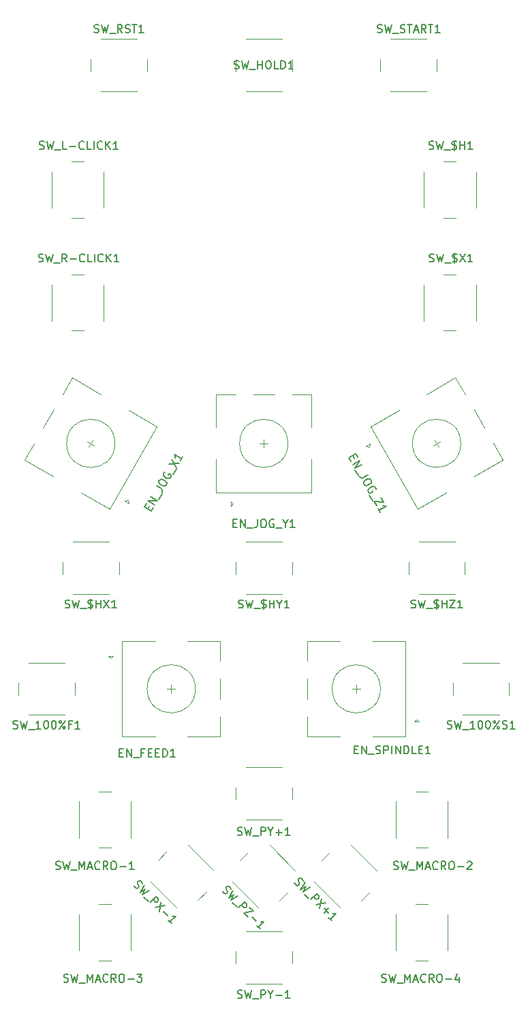
<source format=gbr>
%TF.GenerationSoftware,KiCad,Pcbnew,5.1.9-1.fc33*%
%TF.CreationDate,2021-01-18T19:28:24+01:00*%
%TF.ProjectId,Pendant PCB,50656e64-616e-4742-9050-43422e6b6963,rev?*%
%TF.SameCoordinates,PX3b9aca0PYa299fa0*%
%TF.FileFunction,Legend,Top*%
%TF.FilePolarity,Positive*%
%FSLAX46Y46*%
G04 Gerber Fmt 4.6, Leading zero omitted, Abs format (unit mm)*
G04 Created by KiCad (PCBNEW 5.1.9-1.fc33) date 2021-01-18 19:28:24*
%MOMM*%
%LPD*%
G01*
G04 APERTURE LIST*
%ADD10C,0.120000*%
%ADD11C,0.150000*%
G04 APERTURE END LIST*
D10*
%TO.C,EN_JOG_Y1*%
X36200000Y83600000D02*
X38800000Y83600000D01*
X37500000Y77000000D02*
X37500000Y78000000D01*
X37000000Y77500000D02*
X38000000Y77500000D01*
X31600000Y71400000D02*
X43400000Y71400000D01*
X41000000Y83600000D02*
X43400000Y83600000D01*
X33400000Y70300000D02*
X33700000Y70000000D01*
X33700000Y70000000D02*
X33400000Y69700000D01*
X43400000Y83600000D02*
X43400000Y79500000D01*
X31600000Y83600000D02*
X34000000Y83600000D01*
X31600000Y79500000D02*
X31600000Y83600000D01*
X43400000Y75500000D02*
X43400000Y71400000D01*
X40500000Y77500000D02*
G75*
G03*
X40500000Y77500000I-3000000J0D01*
G01*
X31600000Y75500000D02*
X31600000Y71400000D01*
X33400000Y69700000D02*
X33400000Y70300000D01*
%TO.C,EN_FEED1*%
X32100000Y48300000D02*
X32100000Y45700000D01*
X25500000Y47000000D02*
X26500000Y47000000D01*
X26000000Y47500000D02*
X26000000Y46500000D01*
X19900000Y52900000D02*
X19900000Y41100000D01*
X32100000Y43500000D02*
X32100000Y41100000D01*
X18800000Y51100000D02*
X18500000Y50800000D01*
X18500000Y50800000D02*
X18200000Y51100000D01*
X32100000Y41100000D02*
X28000000Y41100000D01*
X32100000Y52900000D02*
X32100000Y50500000D01*
X28000000Y52900000D02*
X32100000Y52900000D01*
X24000000Y41100000D02*
X19900000Y41100000D01*
X29000000Y47000000D02*
G75*
G03*
X29000000Y47000000I-3000000J0D01*
G01*
X24000000Y52900000D02*
X19900000Y52900000D01*
X18200000Y51100000D02*
X18800000Y51100000D01*
%TO.C,EN_SPINDLE1*%
X42900000Y45700000D02*
X42900000Y48300000D01*
X49500000Y47000000D02*
X48500000Y47000000D01*
X49000000Y46500000D02*
X49000000Y47500000D01*
X55100000Y41100000D02*
X55100000Y52900000D01*
X42900000Y50500000D02*
X42900000Y52900000D01*
X56200000Y42900000D02*
X56500000Y43200000D01*
X56500000Y43200000D02*
X56800000Y42900000D01*
X42900000Y52900000D02*
X47000000Y52900000D01*
X42900000Y41100000D02*
X42900000Y43500000D01*
X47000000Y41100000D02*
X42900000Y41100000D01*
X51000000Y52900000D02*
X55100000Y52900000D01*
X52000000Y47000000D02*
G75*
G03*
X52000000Y47000000I-3000000J0D01*
G01*
X51000000Y41100000D02*
X55100000Y41100000D01*
X56800000Y42900000D02*
X56200000Y42900000D01*
%TO.C,EN_JOG_X1*%
X10067245Y79424167D02*
X11367245Y81675833D01*
X16433013Y77250000D02*
X15566987Y77750000D01*
X15750000Y77066987D02*
X16250000Y77933013D01*
X18332755Y69340450D02*
X24232755Y79559550D01*
X12467245Y83581089D02*
X13667245Y85659550D01*
X20185383Y70349296D02*
X20595191Y70459103D01*
X20595191Y70459103D02*
X20704998Y70049296D01*
X13667245Y85659550D02*
X17217949Y83609550D01*
X7767245Y75440450D02*
X8967245Y77518911D01*
X11317949Y73390450D02*
X7767245Y75440450D01*
X20682051Y81609550D02*
X24232755Y79559550D01*
X19000000Y77500000D02*
G75*
G03*
X19000000Y77500000I-3000000J0D01*
G01*
X14782051Y71390450D02*
X18332755Y69340450D01*
X20704998Y70049296D02*
X20185383Y70349296D01*
%TO.C,EN_JOG_Z1*%
X50175002Y77160704D02*
X50694617Y77460704D01*
X54297949Y81619550D02*
X50747245Y79569550D01*
X61980000Y77510000D02*
G75*
G03*
X61980000Y77510000I-3000000J0D01*
G01*
X60197949Y71400450D02*
X56647245Y69350450D01*
X57762051Y83619550D02*
X61312755Y85669550D01*
X61312755Y85669550D02*
X62512755Y83591089D01*
X67212755Y75450450D02*
X63662051Y73400450D01*
X50584809Y77050897D02*
X50175002Y77160704D01*
X50694617Y77460704D02*
X50584809Y77050897D01*
X66012755Y77528911D02*
X67212755Y75450450D01*
X50747245Y79569550D02*
X56647245Y69350450D01*
X58730000Y77943013D02*
X59230000Y77076987D01*
X58546987Y77260000D02*
X59413013Y77760000D01*
X63612755Y81685833D02*
X64912755Y79434167D01*
%TO.C,SW_HOLD1*%
X34000000Y125250000D02*
X34000000Y123750000D01*
X35250000Y121250000D02*
X39750000Y121250000D01*
X41000000Y123750000D02*
X41000000Y125250000D01*
X39750000Y127750000D02*
X35250000Y127750000D01*
%TO.C,SW_$HZ1*%
X62500000Y61250000D02*
X62500000Y62750000D01*
X61250000Y65250000D02*
X56750000Y65250000D01*
X55500000Y62750000D02*
X55500000Y61250000D01*
X56750000Y58750000D02*
X61250000Y58750000D01*
%TO.C,SW_$X1*%
X59875001Y91500000D02*
X61375001Y91500000D01*
X63875001Y92750000D02*
X63875001Y97250000D01*
X61375001Y98500000D02*
X59875001Y98500000D01*
X57375001Y97250000D02*
X57375001Y92750000D01*
%TO.C,SW_MACRO-4*%
X57875000Y20250000D02*
X56375000Y20250000D01*
X53875000Y19000000D02*
X53875000Y14500000D01*
X56375000Y13250000D02*
X57875000Y13250000D01*
X60375000Y14500000D02*
X60375000Y19000000D01*
%TO.C,SW_PY+1*%
X39750000Y37250000D02*
X35250000Y37250000D01*
X41000000Y33250000D02*
X41000000Y34750000D01*
X35250000Y30750000D02*
X39750000Y30750000D01*
X34000000Y34750000D02*
X34000000Y33250000D01*
%TO.C,SW_RST1*%
X23000000Y123750000D02*
X23000000Y125250000D01*
X21750000Y127750000D02*
X17250000Y127750000D01*
X16000000Y125250000D02*
X16000000Y123750000D01*
X17250000Y121250000D02*
X21750000Y121250000D01*
%TO.C,SW_R-CLICK1*%
X17625000Y92750000D02*
X17625000Y97250000D01*
X13625000Y91500000D02*
X15125000Y91500000D01*
X11125000Y97250000D02*
X11125000Y92750000D01*
X15125000Y98500000D02*
X13625000Y98500000D01*
%TO.C,SW_PX-1*%
X29301650Y20730709D02*
X30362311Y21791369D01*
X31246194Y24443019D02*
X28064214Y27625000D01*
X25412563Y26741117D02*
X24351903Y25680456D01*
X23468019Y23028806D02*
X26650000Y19846825D01*
%TO.C,SW_START1*%
X59000000Y123750000D02*
X59000000Y125250000D01*
X57750000Y127750000D02*
X53250000Y127750000D01*
X52000000Y125250000D02*
X52000000Y123750000D01*
X53250000Y121250000D02*
X57750000Y121250000D01*
%TO.C,SW_MACRO-3*%
X18500000Y20250000D02*
X17000000Y20250000D01*
X14500000Y19000000D02*
X14500000Y14500000D01*
X17000000Y13250000D02*
X18500000Y13250000D01*
X21000000Y14500000D02*
X21000000Y19000000D01*
%TO.C,SW_MACRO-1*%
X18500000Y34250000D02*
X17000000Y34250000D01*
X14500000Y33000000D02*
X14500000Y28500000D01*
X17000000Y27250000D02*
X18500000Y27250000D01*
X21000000Y28500000D02*
X21000000Y33000000D01*
%TO.C,SW_100\u0025S1*%
X62250000Y43750000D02*
X66750000Y43750000D01*
X61000000Y47750000D02*
X61000000Y46250000D01*
X66750000Y50250000D02*
X62250000Y50250000D01*
X68000000Y46250000D02*
X68000000Y47750000D01*
%TO.C,SW_PX+1*%
X43768019Y23003806D02*
X46950000Y19821825D01*
X45712563Y26716117D02*
X44651903Y25655456D01*
X51546194Y24418019D02*
X48364214Y27600000D01*
X49601650Y20705709D02*
X50662311Y21766369D01*
%TO.C,SW_$HX1*%
X19500000Y61250000D02*
X19500000Y62750000D01*
X18250000Y65250000D02*
X13750000Y65250000D01*
X12500000Y62750000D02*
X12500000Y61250000D01*
X13750000Y58750000D02*
X18250000Y58750000D01*
%TO.C,SW_$H1*%
X59875001Y105500000D02*
X61375001Y105500000D01*
X63875001Y106750000D02*
X63875001Y111250000D01*
X61375001Y112500000D02*
X59875001Y112500000D01*
X57375001Y111250000D02*
X57375001Y106750000D01*
%TO.C,SW_MACRO-2*%
X57875000Y34250000D02*
X56375000Y34250000D01*
X53875000Y33000000D02*
X53875000Y28500000D01*
X56375000Y27250000D02*
X57875000Y27250000D01*
X60375000Y28500000D02*
X60375000Y33000000D01*
%TO.C,SW_$HY1*%
X41000000Y61250000D02*
X41000000Y62750000D01*
X39750000Y65250000D02*
X35250000Y65250000D01*
X34000000Y62750000D02*
X34000000Y61250000D01*
X35250000Y58750000D02*
X39750000Y58750000D01*
%TO.C,SW_PY-1*%
X41000000Y12875000D02*
X41000000Y14375000D01*
X39750000Y16875000D02*
X35250000Y16875000D01*
X34000000Y14375000D02*
X34000000Y12875000D01*
X35250000Y10375000D02*
X39750000Y10375000D01*
%TO.C,SW_PZ-1*%
X39451650Y20705709D02*
X40512311Y21766369D01*
X41396194Y24418019D02*
X38214214Y27600000D01*
X35562563Y26716117D02*
X34501903Y25655456D01*
X33618019Y23003806D02*
X36800000Y19821825D01*
%TO.C,SW_L-CLICK1*%
X15125000Y112500000D02*
X13625000Y112500000D01*
X11125000Y111250000D02*
X11125000Y106750000D01*
X13625000Y105500000D02*
X15125000Y105500000D01*
X17625000Y106750000D02*
X17625000Y111250000D01*
%TO.C,SW_100\u0025F1*%
X14000000Y46250000D02*
X14000000Y47750000D01*
X12750000Y50250000D02*
X8250000Y50250000D01*
X7000000Y47750000D02*
X7000000Y46250000D01*
X8250000Y43750000D02*
X12750000Y43750000D01*
%TO.C,EN_JOG_Y1*%
D11*
X33690476Y67571429D02*
X34023809Y67571429D01*
X34166666Y67047620D02*
X33690476Y67047620D01*
X33690476Y68047620D01*
X34166666Y68047620D01*
X34595238Y67047620D02*
X34595238Y68047620D01*
X35166666Y67047620D01*
X35166666Y68047620D01*
X35404761Y66952381D02*
X36166666Y66952381D01*
X36690476Y68047620D02*
X36690476Y67333334D01*
X36642857Y67190477D01*
X36547619Y67095239D01*
X36404761Y67047620D01*
X36309523Y67047620D01*
X37357142Y68047620D02*
X37547619Y68047620D01*
X37642857Y68000000D01*
X37738095Y67904762D01*
X37785714Y67714286D01*
X37785714Y67380953D01*
X37738095Y67190477D01*
X37642857Y67095239D01*
X37547619Y67047620D01*
X37357142Y67047620D01*
X37261904Y67095239D01*
X37166666Y67190477D01*
X37119047Y67380953D01*
X37119047Y67714286D01*
X37166666Y67904762D01*
X37261904Y68000000D01*
X37357142Y68047620D01*
X38738095Y68000000D02*
X38642857Y68047620D01*
X38500000Y68047620D01*
X38357142Y68000000D01*
X38261904Y67904762D01*
X38214285Y67809524D01*
X38166666Y67619048D01*
X38166666Y67476191D01*
X38214285Y67285715D01*
X38261904Y67190477D01*
X38357142Y67095239D01*
X38500000Y67047620D01*
X38595238Y67047620D01*
X38738095Y67095239D01*
X38785714Y67142858D01*
X38785714Y67476191D01*
X38595238Y67476191D01*
X38976190Y66952381D02*
X39738095Y66952381D01*
X40166666Y67523810D02*
X40166666Y67047620D01*
X39833333Y68047620D02*
X40166666Y67523810D01*
X40500000Y68047620D01*
X41357142Y67047620D02*
X40785714Y67047620D01*
X41071428Y67047620D02*
X41071428Y68047620D01*
X40976190Y67904762D01*
X40880952Y67809524D01*
X40785714Y67761905D01*
%TO.C,EN_FEED1*%
X19571428Y39071429D02*
X19904761Y39071429D01*
X20047619Y38547620D02*
X19571428Y38547620D01*
X19571428Y39547620D01*
X20047619Y39547620D01*
X20476190Y38547620D02*
X20476190Y39547620D01*
X21047619Y38547620D01*
X21047619Y39547620D01*
X21285714Y38452381D02*
X22047619Y38452381D01*
X22619047Y39071429D02*
X22285714Y39071429D01*
X22285714Y38547620D02*
X22285714Y39547620D01*
X22761904Y39547620D01*
X23142857Y39071429D02*
X23476190Y39071429D01*
X23619047Y38547620D02*
X23142857Y38547620D01*
X23142857Y39547620D01*
X23619047Y39547620D01*
X24047619Y39071429D02*
X24380952Y39071429D01*
X24523809Y38547620D02*
X24047619Y38547620D01*
X24047619Y39547620D01*
X24523809Y39547620D01*
X24952380Y38547620D02*
X24952380Y39547620D01*
X25190476Y39547620D01*
X25333333Y39500000D01*
X25428571Y39404762D01*
X25476190Y39309524D01*
X25523809Y39119048D01*
X25523809Y38976191D01*
X25476190Y38785715D01*
X25428571Y38690477D01*
X25333333Y38595239D01*
X25190476Y38547620D01*
X24952380Y38547620D01*
X26476190Y38547620D02*
X25904761Y38547620D01*
X26190476Y38547620D02*
X26190476Y39547620D01*
X26095238Y39404762D01*
X26000000Y39309524D01*
X25904761Y39261905D01*
%TO.C,EN_SPINDLE1*%
X48754523Y39451429D02*
X49087857Y39451429D01*
X49230714Y38927620D02*
X48754523Y38927620D01*
X48754523Y39927620D01*
X49230714Y39927620D01*
X49659285Y38927620D02*
X49659285Y39927620D01*
X50230714Y38927620D01*
X50230714Y39927620D01*
X50468809Y38832381D02*
X51230714Y38832381D01*
X51421190Y38975239D02*
X51564047Y38927620D01*
X51802142Y38927620D01*
X51897380Y38975239D01*
X51945000Y39022858D01*
X51992619Y39118096D01*
X51992619Y39213334D01*
X51945000Y39308572D01*
X51897380Y39356191D01*
X51802142Y39403810D01*
X51611666Y39451429D01*
X51516428Y39499048D01*
X51468809Y39546667D01*
X51421190Y39641905D01*
X51421190Y39737143D01*
X51468809Y39832381D01*
X51516428Y39880000D01*
X51611666Y39927620D01*
X51849761Y39927620D01*
X51992619Y39880000D01*
X52421190Y38927620D02*
X52421190Y39927620D01*
X52802142Y39927620D01*
X52897380Y39880000D01*
X52945000Y39832381D01*
X52992619Y39737143D01*
X52992619Y39594286D01*
X52945000Y39499048D01*
X52897380Y39451429D01*
X52802142Y39403810D01*
X52421190Y39403810D01*
X53421190Y38927620D02*
X53421190Y39927620D01*
X53897380Y38927620D02*
X53897380Y39927620D01*
X54468809Y38927620D01*
X54468809Y39927620D01*
X54945000Y38927620D02*
X54945000Y39927620D01*
X55183095Y39927620D01*
X55325952Y39880000D01*
X55421190Y39784762D01*
X55468809Y39689524D01*
X55516428Y39499048D01*
X55516428Y39356191D01*
X55468809Y39165715D01*
X55421190Y39070477D01*
X55325952Y38975239D01*
X55183095Y38927620D01*
X54945000Y38927620D01*
X56421190Y38927620D02*
X55945000Y38927620D01*
X55945000Y39927620D01*
X56754523Y39451429D02*
X57087857Y39451429D01*
X57230714Y38927620D02*
X56754523Y38927620D01*
X56754523Y39927620D01*
X57230714Y39927620D01*
X58183095Y38927620D02*
X57611666Y38927620D01*
X57897380Y38927620D02*
X57897380Y39927620D01*
X57802142Y39784762D01*
X57706904Y39689524D01*
X57611666Y39641905D01*
%TO.C,EN_JOG_X1*%
X23065746Y69374993D02*
X23232413Y69663668D01*
X23757474Y69525481D02*
X23519378Y69113088D01*
X22653353Y69613088D01*
X22891448Y70025481D01*
X23971759Y69896635D02*
X23105734Y70396635D01*
X24257474Y70391507D01*
X23391448Y70891507D01*
X24459000Y70550084D02*
X24839952Y71209913D01*
X24153353Y72211165D02*
X24771943Y71854022D01*
X24871851Y71741354D01*
X24906711Y71611256D01*
X24876521Y71463729D01*
X24828902Y71381250D01*
X24486686Y72788515D02*
X24581924Y72953472D01*
X24670783Y73012141D01*
X24800881Y73047001D01*
X24989647Y72993002D01*
X25278322Y72826335D01*
X25419470Y72689858D01*
X25454330Y72559760D01*
X25447950Y72453472D01*
X25352712Y72288515D01*
X25263853Y72229846D01*
X25133756Y72194986D01*
X24944989Y72248985D01*
X24656314Y72415652D01*
X24515166Y72552129D01*
X24480307Y72682227D01*
X24486686Y72788515D01*
X25218402Y73960645D02*
X25129544Y73901976D01*
X25058115Y73778258D01*
X25027926Y73630731D01*
X25062785Y73500633D01*
X25121454Y73411775D01*
X25262602Y73275297D01*
X25386320Y73203869D01*
X25575087Y73149870D01*
X25681375Y73143490D01*
X25811472Y73178350D01*
X25924140Y73278258D01*
X25971759Y73360737D01*
X26001949Y73508264D01*
X25984519Y73573313D01*
X25695844Y73739980D01*
X25600606Y73575022D01*
X26244714Y73643032D02*
X26625667Y74302861D01*
X25748591Y74974198D02*
X26947950Y75051548D01*
X26081924Y75551548D02*
X26614617Y74474198D01*
X27400331Y75835095D02*
X27114617Y75340223D01*
X27257474Y75587659D02*
X26391448Y76087659D01*
X26467547Y75933752D01*
X26502407Y75803654D01*
X26496027Y75697366D01*
%TO.C,EN_JOG_Z1*%
X48540073Y75936350D02*
X48706740Y75647675D01*
X48324536Y75262053D02*
X48086441Y75674446D01*
X48952466Y76174446D01*
X49190561Y75762053D01*
X48538822Y74890899D02*
X49404847Y75390899D01*
X48824536Y74396027D01*
X49690561Y74896027D01*
X48861105Y74142212D02*
X49242057Y73482383D01*
X50452466Y73576370D02*
X49833877Y73219227D01*
X49686349Y73189037D01*
X49556251Y73223897D01*
X49443584Y73323805D01*
X49395964Y73406284D01*
X50785799Y72999019D02*
X50881038Y72834062D01*
X50887417Y72727774D01*
X50852558Y72597676D01*
X50711410Y72461199D01*
X50422735Y72294532D01*
X50233968Y72240533D01*
X50103870Y72275393D01*
X50015012Y72334062D01*
X49919774Y72499019D01*
X49913394Y72605307D01*
X49948254Y72735405D01*
X50089402Y72871882D01*
X50378077Y73038549D01*
X50566843Y73092548D01*
X50696941Y73057688D01*
X50785799Y72999019D01*
X51435036Y71779270D02*
X51428657Y71885558D01*
X51357228Y72009276D01*
X51244560Y72109184D01*
X51114462Y72144044D01*
X51008174Y72137664D01*
X50819408Y72083665D01*
X50695690Y72012237D01*
X50554542Y71875759D01*
X50495873Y71786901D01*
X50461013Y71656803D01*
X50491203Y71509276D01*
X50538822Y71426797D01*
X50651490Y71326889D01*
X50716538Y71309459D01*
X51005213Y71476126D01*
X50909975Y71641083D01*
X50646819Y71049264D02*
X51027772Y70389435D01*
X52047704Y70813336D02*
X52381038Y70235986D01*
X51181679Y70313336D01*
X51515012Y69735986D01*
X51967393Y68952439D02*
X51681679Y69447311D01*
X51824536Y69199875D02*
X52690561Y69699875D01*
X52519224Y69710925D01*
X52389127Y69745784D01*
X52300268Y69804454D01*
%TO.C,SW_HOLD1*%
X33833333Y124095239D02*
X33976190Y124047620D01*
X34214285Y124047620D01*
X34309523Y124095239D01*
X34357142Y124142858D01*
X34404761Y124238096D01*
X34404761Y124333334D01*
X34357142Y124428572D01*
X34309523Y124476191D01*
X34214285Y124523810D01*
X34023809Y124571429D01*
X33928571Y124619048D01*
X33880952Y124666667D01*
X33833333Y124761905D01*
X33833333Y124857143D01*
X33880952Y124952381D01*
X33928571Y125000000D01*
X34023809Y125047620D01*
X34261904Y125047620D01*
X34404761Y125000000D01*
X34738095Y125047620D02*
X34976190Y124047620D01*
X35166666Y124761905D01*
X35357142Y124047620D01*
X35595238Y125047620D01*
X35738095Y123952381D02*
X36500000Y123952381D01*
X36738095Y124047620D02*
X36738095Y125047620D01*
X36738095Y124571429D02*
X37309523Y124571429D01*
X37309523Y124047620D02*
X37309523Y125047620D01*
X37976190Y125047620D02*
X38166666Y125047620D01*
X38261904Y125000000D01*
X38357142Y124904762D01*
X38404761Y124714286D01*
X38404761Y124380953D01*
X38357142Y124190477D01*
X38261904Y124095239D01*
X38166666Y124047620D01*
X37976190Y124047620D01*
X37880952Y124095239D01*
X37785714Y124190477D01*
X37738095Y124380953D01*
X37738095Y124714286D01*
X37785714Y124904762D01*
X37880952Y125000000D01*
X37976190Y125047620D01*
X39309523Y124047620D02*
X38833333Y124047620D01*
X38833333Y125047620D01*
X39642857Y124047620D02*
X39642857Y125047620D01*
X39880952Y125047620D01*
X40023809Y125000000D01*
X40119047Y124904762D01*
X40166666Y124809524D01*
X40214285Y124619048D01*
X40214285Y124476191D01*
X40166666Y124285715D01*
X40119047Y124190477D01*
X40023809Y124095239D01*
X39880952Y124047620D01*
X39642857Y124047620D01*
X41166666Y124047620D02*
X40595238Y124047620D01*
X40880952Y124047620D02*
X40880952Y125047620D01*
X40785714Y124904762D01*
X40690476Y124809524D01*
X40595238Y124761905D01*
%TO.C,SW_$HZ1*%
X55809523Y57095239D02*
X55952380Y57047620D01*
X56190476Y57047620D01*
X56285714Y57095239D01*
X56333333Y57142858D01*
X56380952Y57238096D01*
X56380952Y57333334D01*
X56333333Y57428572D01*
X56285714Y57476191D01*
X56190476Y57523810D01*
X56000000Y57571429D01*
X55904761Y57619048D01*
X55857142Y57666667D01*
X55809523Y57761905D01*
X55809523Y57857143D01*
X55857142Y57952381D01*
X55904761Y58000000D01*
X56000000Y58047620D01*
X56238095Y58047620D01*
X56380952Y58000000D01*
X56714285Y58047620D02*
X56952380Y57047620D01*
X57142857Y57761905D01*
X57333333Y57047620D01*
X57571428Y58047620D01*
X57714285Y56952381D02*
X58476190Y56952381D01*
X58666666Y57095239D02*
X58809523Y57047620D01*
X59047619Y57047620D01*
X59142857Y57095239D01*
X59190476Y57142858D01*
X59238095Y57238096D01*
X59238095Y57333334D01*
X59190476Y57428572D01*
X59142857Y57476191D01*
X59047619Y57523810D01*
X58857142Y57571429D01*
X58761904Y57619048D01*
X58714285Y57666667D01*
X58666666Y57761905D01*
X58666666Y57857143D01*
X58714285Y57952381D01*
X58761904Y58000000D01*
X58857142Y58047620D01*
X59095238Y58047620D01*
X59238095Y58000000D01*
X58952380Y58190477D02*
X58952380Y56904762D01*
X59666666Y57047620D02*
X59666666Y58047620D01*
X59666666Y57571429D02*
X60238095Y57571429D01*
X60238095Y57047620D02*
X60238095Y58047620D01*
X60619047Y58047620D02*
X61285714Y58047620D01*
X60619047Y57047620D01*
X61285714Y57047620D01*
X62190476Y57047620D02*
X61619047Y57047620D01*
X61904761Y57047620D02*
X61904761Y58047620D01*
X61809523Y57904762D01*
X61714285Y57809524D01*
X61619047Y57761905D01*
%TO.C,SW_$X1*%
X58083333Y100095239D02*
X58226190Y100047620D01*
X58464285Y100047620D01*
X58559523Y100095239D01*
X58607142Y100142858D01*
X58654761Y100238096D01*
X58654761Y100333334D01*
X58607142Y100428572D01*
X58559523Y100476191D01*
X58464285Y100523810D01*
X58273809Y100571429D01*
X58178571Y100619048D01*
X58130952Y100666667D01*
X58083333Y100761905D01*
X58083333Y100857143D01*
X58130952Y100952381D01*
X58178571Y101000000D01*
X58273809Y101047620D01*
X58511904Y101047620D01*
X58654761Y101000000D01*
X58988095Y101047620D02*
X59226190Y100047620D01*
X59416666Y100761905D01*
X59607142Y100047620D01*
X59845238Y101047620D01*
X59988095Y99952381D02*
X60750000Y99952381D01*
X60940476Y100095239D02*
X61083333Y100047620D01*
X61321428Y100047620D01*
X61416666Y100095239D01*
X61464285Y100142858D01*
X61511904Y100238096D01*
X61511904Y100333334D01*
X61464285Y100428572D01*
X61416666Y100476191D01*
X61321428Y100523810D01*
X61130952Y100571429D01*
X61035714Y100619048D01*
X60988095Y100666667D01*
X60940476Y100761905D01*
X60940476Y100857143D01*
X60988095Y100952381D01*
X61035714Y101000000D01*
X61130952Y101047620D01*
X61369047Y101047620D01*
X61511904Y101000000D01*
X61226190Y101190477D02*
X61226190Y99904762D01*
X61845238Y101047620D02*
X62511904Y100047620D01*
X62511904Y101047620D02*
X61845238Y100047620D01*
X63416666Y100047620D02*
X62845238Y100047620D01*
X63130952Y100047620D02*
X63130952Y101047620D01*
X63035714Y100904762D01*
X62940476Y100809524D01*
X62845238Y100761905D01*
%TO.C,SW_MACRO-4*%
X52142857Y10595239D02*
X52285714Y10547620D01*
X52523809Y10547620D01*
X52619047Y10595239D01*
X52666666Y10642858D01*
X52714285Y10738096D01*
X52714285Y10833334D01*
X52666666Y10928572D01*
X52619047Y10976191D01*
X52523809Y11023810D01*
X52333333Y11071429D01*
X52238095Y11119048D01*
X52190476Y11166667D01*
X52142857Y11261905D01*
X52142857Y11357143D01*
X52190476Y11452381D01*
X52238095Y11500000D01*
X52333333Y11547620D01*
X52571428Y11547620D01*
X52714285Y11500000D01*
X53047619Y11547620D02*
X53285714Y10547620D01*
X53476190Y11261905D01*
X53666666Y10547620D01*
X53904761Y11547620D01*
X54047619Y10452381D02*
X54809523Y10452381D01*
X55047619Y10547620D02*
X55047619Y11547620D01*
X55380952Y10833334D01*
X55714285Y11547620D01*
X55714285Y10547620D01*
X56142857Y10833334D02*
X56619047Y10833334D01*
X56047619Y10547620D02*
X56380952Y11547620D01*
X56714285Y10547620D01*
X57619047Y10642858D02*
X57571428Y10595239D01*
X57428571Y10547620D01*
X57333333Y10547620D01*
X57190476Y10595239D01*
X57095238Y10690477D01*
X57047619Y10785715D01*
X57000000Y10976191D01*
X57000000Y11119048D01*
X57047619Y11309524D01*
X57095238Y11404762D01*
X57190476Y11500000D01*
X57333333Y11547620D01*
X57428571Y11547620D01*
X57571428Y11500000D01*
X57619047Y11452381D01*
X58619047Y10547620D02*
X58285714Y11023810D01*
X58047619Y10547620D02*
X58047619Y11547620D01*
X58428571Y11547620D01*
X58523809Y11500000D01*
X58571428Y11452381D01*
X58619047Y11357143D01*
X58619047Y11214286D01*
X58571428Y11119048D01*
X58523809Y11071429D01*
X58428571Y11023810D01*
X58047619Y11023810D01*
X59238095Y11547620D02*
X59428571Y11547620D01*
X59523809Y11500000D01*
X59619047Y11404762D01*
X59666666Y11214286D01*
X59666666Y10880953D01*
X59619047Y10690477D01*
X59523809Y10595239D01*
X59428571Y10547620D01*
X59238095Y10547620D01*
X59142857Y10595239D01*
X59047619Y10690477D01*
X59000000Y10880953D01*
X59000000Y11214286D01*
X59047619Y11404762D01*
X59142857Y11500000D01*
X59238095Y11547620D01*
X60095238Y10928572D02*
X60857142Y10928572D01*
X61761904Y11214286D02*
X61761904Y10547620D01*
X61523809Y11595239D02*
X61285714Y10880953D01*
X61904761Y10880953D01*
%TO.C,SW_PY+1*%
X34238095Y28845239D02*
X34380952Y28797620D01*
X34619047Y28797620D01*
X34714285Y28845239D01*
X34761904Y28892858D01*
X34809523Y28988096D01*
X34809523Y29083334D01*
X34761904Y29178572D01*
X34714285Y29226191D01*
X34619047Y29273810D01*
X34428571Y29321429D01*
X34333333Y29369048D01*
X34285714Y29416667D01*
X34238095Y29511905D01*
X34238095Y29607143D01*
X34285714Y29702381D01*
X34333333Y29750000D01*
X34428571Y29797620D01*
X34666666Y29797620D01*
X34809523Y29750000D01*
X35142857Y29797620D02*
X35380952Y28797620D01*
X35571428Y29511905D01*
X35761904Y28797620D01*
X36000000Y29797620D01*
X36142857Y28702381D02*
X36904761Y28702381D01*
X37142857Y28797620D02*
X37142857Y29797620D01*
X37523809Y29797620D01*
X37619047Y29750000D01*
X37666666Y29702381D01*
X37714285Y29607143D01*
X37714285Y29464286D01*
X37666666Y29369048D01*
X37619047Y29321429D01*
X37523809Y29273810D01*
X37142857Y29273810D01*
X38333333Y29273810D02*
X38333333Y28797620D01*
X38000000Y29797620D02*
X38333333Y29273810D01*
X38666666Y29797620D01*
X39000000Y29178572D02*
X39761904Y29178572D01*
X39380952Y28797620D02*
X39380952Y29559524D01*
X40761904Y28797620D02*
X40190476Y28797620D01*
X40476190Y28797620D02*
X40476190Y29797620D01*
X40380952Y29654762D01*
X40285714Y29559524D01*
X40190476Y29511905D01*
%TO.C,SW_RST1*%
X16428571Y128595239D02*
X16571428Y128547620D01*
X16809523Y128547620D01*
X16904761Y128595239D01*
X16952380Y128642858D01*
X17000000Y128738096D01*
X17000000Y128833334D01*
X16952380Y128928572D01*
X16904761Y128976191D01*
X16809523Y129023810D01*
X16619047Y129071429D01*
X16523809Y129119048D01*
X16476190Y129166667D01*
X16428571Y129261905D01*
X16428571Y129357143D01*
X16476190Y129452381D01*
X16523809Y129500000D01*
X16619047Y129547620D01*
X16857142Y129547620D01*
X17000000Y129500000D01*
X17333333Y129547620D02*
X17571428Y128547620D01*
X17761904Y129261905D01*
X17952380Y128547620D01*
X18190476Y129547620D01*
X18333333Y128452381D02*
X19095238Y128452381D01*
X19904761Y128547620D02*
X19571428Y129023810D01*
X19333333Y128547620D02*
X19333333Y129547620D01*
X19714285Y129547620D01*
X19809523Y129500000D01*
X19857142Y129452381D01*
X19904761Y129357143D01*
X19904761Y129214286D01*
X19857142Y129119048D01*
X19809523Y129071429D01*
X19714285Y129023810D01*
X19333333Y129023810D01*
X20285714Y128595239D02*
X20428571Y128547620D01*
X20666666Y128547620D01*
X20761904Y128595239D01*
X20809523Y128642858D01*
X20857142Y128738096D01*
X20857142Y128833334D01*
X20809523Y128928572D01*
X20761904Y128976191D01*
X20666666Y129023810D01*
X20476190Y129071429D01*
X20380952Y129119048D01*
X20333333Y129166667D01*
X20285714Y129261905D01*
X20285714Y129357143D01*
X20333333Y129452381D01*
X20380952Y129500000D01*
X20476190Y129547620D01*
X20714285Y129547620D01*
X20857142Y129500000D01*
X21142857Y129547620D02*
X21714285Y129547620D01*
X21428571Y128547620D02*
X21428571Y129547620D01*
X22571428Y128547620D02*
X22000000Y128547620D01*
X22285714Y128547620D02*
X22285714Y129547620D01*
X22190476Y129404762D01*
X22095238Y129309524D01*
X22000000Y129261905D01*
%TO.C,SW_R-CLICK1*%
X9523809Y100095239D02*
X9666666Y100047620D01*
X9904761Y100047620D01*
X10000000Y100095239D01*
X10047619Y100142858D01*
X10095238Y100238096D01*
X10095238Y100333334D01*
X10047619Y100428572D01*
X10000000Y100476191D01*
X9904761Y100523810D01*
X9714285Y100571429D01*
X9619047Y100619048D01*
X9571428Y100666667D01*
X9523809Y100761905D01*
X9523809Y100857143D01*
X9571428Y100952381D01*
X9619047Y101000000D01*
X9714285Y101047620D01*
X9952380Y101047620D01*
X10095238Y101000000D01*
X10428571Y101047620D02*
X10666666Y100047620D01*
X10857142Y100761905D01*
X11047619Y100047620D01*
X11285714Y101047620D01*
X11428571Y99952381D02*
X12190476Y99952381D01*
X13000000Y100047620D02*
X12666666Y100523810D01*
X12428571Y100047620D02*
X12428571Y101047620D01*
X12809523Y101047620D01*
X12904761Y101000000D01*
X12952380Y100952381D01*
X13000000Y100857143D01*
X13000000Y100714286D01*
X12952380Y100619048D01*
X12904761Y100571429D01*
X12809523Y100523810D01*
X12428571Y100523810D01*
X13428571Y100428572D02*
X14190476Y100428572D01*
X15238095Y100142858D02*
X15190476Y100095239D01*
X15047619Y100047620D01*
X14952380Y100047620D01*
X14809523Y100095239D01*
X14714285Y100190477D01*
X14666666Y100285715D01*
X14619047Y100476191D01*
X14619047Y100619048D01*
X14666666Y100809524D01*
X14714285Y100904762D01*
X14809523Y101000000D01*
X14952380Y101047620D01*
X15047619Y101047620D01*
X15190476Y101000000D01*
X15238095Y100952381D01*
X16142857Y100047620D02*
X15666666Y100047620D01*
X15666666Y101047620D01*
X16476190Y100047620D02*
X16476190Y101047620D01*
X17523809Y100142858D02*
X17476190Y100095239D01*
X17333333Y100047620D01*
X17238095Y100047620D01*
X17095238Y100095239D01*
X17000000Y100190477D01*
X16952380Y100285715D01*
X16904761Y100476191D01*
X16904761Y100619048D01*
X16952380Y100809524D01*
X17000000Y100904762D01*
X17095238Y101000000D01*
X17238095Y101047620D01*
X17333333Y101047620D01*
X17476190Y101000000D01*
X17523809Y100952381D01*
X17952380Y100047620D02*
X17952380Y101047620D01*
X18523809Y100047620D02*
X18095238Y100619048D01*
X18523809Y101047620D02*
X17952380Y100476191D01*
X19476190Y100047620D02*
X18904761Y100047620D01*
X19190476Y100047620D02*
X19190476Y101047620D01*
X19095238Y100904762D01*
X19000000Y100809524D01*
X18904761Y100761905D01*
%TO.C,SW_PX-1*%
X21373603Y22553977D02*
X21440946Y22419290D01*
X21609305Y22250932D01*
X21710320Y22217260D01*
X21777664Y22217260D01*
X21878679Y22250932D01*
X21946023Y22318275D01*
X21979694Y22419290D01*
X21979694Y22486634D01*
X21946023Y22587649D01*
X21845007Y22756008D01*
X21811336Y22857023D01*
X21811336Y22924367D01*
X21845007Y23025382D01*
X21912351Y23092725D01*
X22013366Y23126397D01*
X22080710Y23126397D01*
X22181725Y23092725D01*
X22350084Y22924367D01*
X22417427Y22789680D01*
X22686801Y22587649D02*
X22148053Y21712184D01*
X22787816Y22082573D01*
X22417427Y21442810D01*
X23292893Y21981558D01*
X22619458Y21106092D02*
X23158206Y20567344D01*
X23393908Y20466329D02*
X24101015Y21173436D01*
X24370389Y20904062D01*
X24404061Y20803046D01*
X24404061Y20735703D01*
X24370389Y20634688D01*
X24269374Y20533672D01*
X24168358Y20500000D01*
X24101015Y20500000D01*
X24000000Y20533672D01*
X23730625Y20803046D01*
X24740778Y20533672D02*
X24505076Y19355161D01*
X25212183Y20062268D02*
X24033671Y19826565D01*
X25043824Y19355161D02*
X25582572Y18816413D01*
X26020305Y17839932D02*
X25616244Y18243993D01*
X25818274Y18041963D02*
X26525381Y18749069D01*
X26357022Y18715398D01*
X26222335Y18715398D01*
X26121320Y18749069D01*
%TO.C,SW_START1*%
X51619047Y128595239D02*
X51761904Y128547620D01*
X52000000Y128547620D01*
X52095238Y128595239D01*
X52142857Y128642858D01*
X52190476Y128738096D01*
X52190476Y128833334D01*
X52142857Y128928572D01*
X52095238Y128976191D01*
X52000000Y129023810D01*
X51809523Y129071429D01*
X51714285Y129119048D01*
X51666666Y129166667D01*
X51619047Y129261905D01*
X51619047Y129357143D01*
X51666666Y129452381D01*
X51714285Y129500000D01*
X51809523Y129547620D01*
X52047619Y129547620D01*
X52190476Y129500000D01*
X52523809Y129547620D02*
X52761904Y128547620D01*
X52952380Y129261905D01*
X53142857Y128547620D01*
X53380952Y129547620D01*
X53523809Y128452381D02*
X54285714Y128452381D01*
X54476190Y128595239D02*
X54619047Y128547620D01*
X54857142Y128547620D01*
X54952380Y128595239D01*
X55000000Y128642858D01*
X55047619Y128738096D01*
X55047619Y128833334D01*
X55000000Y128928572D01*
X54952380Y128976191D01*
X54857142Y129023810D01*
X54666666Y129071429D01*
X54571428Y129119048D01*
X54523809Y129166667D01*
X54476190Y129261905D01*
X54476190Y129357143D01*
X54523809Y129452381D01*
X54571428Y129500000D01*
X54666666Y129547620D01*
X54904761Y129547620D01*
X55047619Y129500000D01*
X55333333Y129547620D02*
X55904761Y129547620D01*
X55619047Y128547620D02*
X55619047Y129547620D01*
X56190476Y128833334D02*
X56666666Y128833334D01*
X56095238Y128547620D02*
X56428571Y129547620D01*
X56761904Y128547620D01*
X57666666Y128547620D02*
X57333333Y129023810D01*
X57095238Y128547620D02*
X57095238Y129547620D01*
X57476190Y129547620D01*
X57571428Y129500000D01*
X57619047Y129452381D01*
X57666666Y129357143D01*
X57666666Y129214286D01*
X57619047Y129119048D01*
X57571428Y129071429D01*
X57476190Y129023810D01*
X57095238Y129023810D01*
X57952380Y129547620D02*
X58523809Y129547620D01*
X58238095Y128547620D02*
X58238095Y129547620D01*
X59380952Y128547620D02*
X58809523Y128547620D01*
X59095238Y128547620D02*
X59095238Y129547620D01*
X59000000Y129404762D01*
X58904761Y129309524D01*
X58809523Y129261905D01*
%TO.C,SW_MACRO-3*%
X12642857Y10595239D02*
X12785714Y10547620D01*
X13023809Y10547620D01*
X13119047Y10595239D01*
X13166666Y10642858D01*
X13214285Y10738096D01*
X13214285Y10833334D01*
X13166666Y10928572D01*
X13119047Y10976191D01*
X13023809Y11023810D01*
X12833333Y11071429D01*
X12738095Y11119048D01*
X12690476Y11166667D01*
X12642857Y11261905D01*
X12642857Y11357143D01*
X12690476Y11452381D01*
X12738095Y11500000D01*
X12833333Y11547620D01*
X13071428Y11547620D01*
X13214285Y11500000D01*
X13547619Y11547620D02*
X13785714Y10547620D01*
X13976190Y11261905D01*
X14166666Y10547620D01*
X14404761Y11547620D01*
X14547619Y10452381D02*
X15309523Y10452381D01*
X15547619Y10547620D02*
X15547619Y11547620D01*
X15880952Y10833334D01*
X16214285Y11547620D01*
X16214285Y10547620D01*
X16642857Y10833334D02*
X17119047Y10833334D01*
X16547619Y10547620D02*
X16880952Y11547620D01*
X17214285Y10547620D01*
X18119047Y10642858D02*
X18071428Y10595239D01*
X17928571Y10547620D01*
X17833333Y10547620D01*
X17690476Y10595239D01*
X17595238Y10690477D01*
X17547619Y10785715D01*
X17500000Y10976191D01*
X17500000Y11119048D01*
X17547619Y11309524D01*
X17595238Y11404762D01*
X17690476Y11500000D01*
X17833333Y11547620D01*
X17928571Y11547620D01*
X18071428Y11500000D01*
X18119047Y11452381D01*
X19119047Y10547620D02*
X18785714Y11023810D01*
X18547619Y10547620D02*
X18547619Y11547620D01*
X18928571Y11547620D01*
X19023809Y11500000D01*
X19071428Y11452381D01*
X19119047Y11357143D01*
X19119047Y11214286D01*
X19071428Y11119048D01*
X19023809Y11071429D01*
X18928571Y11023810D01*
X18547619Y11023810D01*
X19738095Y11547620D02*
X19928571Y11547620D01*
X20023809Y11500000D01*
X20119047Y11404762D01*
X20166666Y11214286D01*
X20166666Y10880953D01*
X20119047Y10690477D01*
X20023809Y10595239D01*
X19928571Y10547620D01*
X19738095Y10547620D01*
X19642857Y10595239D01*
X19547619Y10690477D01*
X19500000Y10880953D01*
X19500000Y11214286D01*
X19547619Y11404762D01*
X19642857Y11500000D01*
X19738095Y11547620D01*
X20595238Y10928572D02*
X21357142Y10928572D01*
X21738095Y11547620D02*
X22357142Y11547620D01*
X22023809Y11166667D01*
X22166666Y11166667D01*
X22261904Y11119048D01*
X22309523Y11071429D01*
X22357142Y10976191D01*
X22357142Y10738096D01*
X22309523Y10642858D01*
X22261904Y10595239D01*
X22166666Y10547620D01*
X21880952Y10547620D01*
X21785714Y10595239D01*
X21738095Y10642858D01*
%TO.C,SW_MACRO-1*%
X11642857Y24595239D02*
X11785714Y24547620D01*
X12023809Y24547620D01*
X12119047Y24595239D01*
X12166666Y24642858D01*
X12214285Y24738096D01*
X12214285Y24833334D01*
X12166666Y24928572D01*
X12119047Y24976191D01*
X12023809Y25023810D01*
X11833333Y25071429D01*
X11738095Y25119048D01*
X11690476Y25166667D01*
X11642857Y25261905D01*
X11642857Y25357143D01*
X11690476Y25452381D01*
X11738095Y25500000D01*
X11833333Y25547620D01*
X12071428Y25547620D01*
X12214285Y25500000D01*
X12547619Y25547620D02*
X12785714Y24547620D01*
X12976190Y25261905D01*
X13166666Y24547620D01*
X13404761Y25547620D01*
X13547619Y24452381D02*
X14309523Y24452381D01*
X14547619Y24547620D02*
X14547619Y25547620D01*
X14880952Y24833334D01*
X15214285Y25547620D01*
X15214285Y24547620D01*
X15642857Y24833334D02*
X16119047Y24833334D01*
X15547619Y24547620D02*
X15880952Y25547620D01*
X16214285Y24547620D01*
X17119047Y24642858D02*
X17071428Y24595239D01*
X16928571Y24547620D01*
X16833333Y24547620D01*
X16690476Y24595239D01*
X16595238Y24690477D01*
X16547619Y24785715D01*
X16500000Y24976191D01*
X16500000Y25119048D01*
X16547619Y25309524D01*
X16595238Y25404762D01*
X16690476Y25500000D01*
X16833333Y25547620D01*
X16928571Y25547620D01*
X17071428Y25500000D01*
X17119047Y25452381D01*
X18119047Y24547620D02*
X17785714Y25023810D01*
X17547619Y24547620D02*
X17547619Y25547620D01*
X17928571Y25547620D01*
X18023809Y25500000D01*
X18071428Y25452381D01*
X18119047Y25357143D01*
X18119047Y25214286D01*
X18071428Y25119048D01*
X18023809Y25071429D01*
X17928571Y25023810D01*
X17547619Y25023810D01*
X18738095Y25547620D02*
X18928571Y25547620D01*
X19023809Y25500000D01*
X19119047Y25404762D01*
X19166666Y25214286D01*
X19166666Y24880953D01*
X19119047Y24690477D01*
X19023809Y24595239D01*
X18928571Y24547620D01*
X18738095Y24547620D01*
X18642857Y24595239D01*
X18547619Y24690477D01*
X18500000Y24880953D01*
X18500000Y25214286D01*
X18547619Y25404762D01*
X18642857Y25500000D01*
X18738095Y25547620D01*
X19595238Y24928572D02*
X20357142Y24928572D01*
X21357142Y24547620D02*
X20785714Y24547620D01*
X21071428Y24547620D02*
X21071428Y25547620D01*
X20976190Y25404762D01*
X20880952Y25309524D01*
X20785714Y25261905D01*
%TO.C,SW_100\u0025S1*%
X60309523Y42095239D02*
X60452380Y42047620D01*
X60690476Y42047620D01*
X60785714Y42095239D01*
X60833333Y42142858D01*
X60880952Y42238096D01*
X60880952Y42333334D01*
X60833333Y42428572D01*
X60785714Y42476191D01*
X60690476Y42523810D01*
X60500000Y42571429D01*
X60404761Y42619048D01*
X60357142Y42666667D01*
X60309523Y42761905D01*
X60309523Y42857143D01*
X60357142Y42952381D01*
X60404761Y43000000D01*
X60500000Y43047620D01*
X60738095Y43047620D01*
X60880952Y43000000D01*
X61214285Y43047620D02*
X61452380Y42047620D01*
X61642857Y42761905D01*
X61833333Y42047620D01*
X62071428Y43047620D01*
X62214285Y41952381D02*
X62976190Y41952381D01*
X63738095Y42047620D02*
X63166666Y42047620D01*
X63452380Y42047620D02*
X63452380Y43047620D01*
X63357142Y42904762D01*
X63261904Y42809524D01*
X63166666Y42761905D01*
X64357142Y43047620D02*
X64452380Y43047620D01*
X64547619Y43000000D01*
X64595238Y42952381D01*
X64642857Y42857143D01*
X64690476Y42666667D01*
X64690476Y42428572D01*
X64642857Y42238096D01*
X64595238Y42142858D01*
X64547619Y42095239D01*
X64452380Y42047620D01*
X64357142Y42047620D01*
X64261904Y42095239D01*
X64214285Y42142858D01*
X64166666Y42238096D01*
X64119047Y42428572D01*
X64119047Y42666667D01*
X64166666Y42857143D01*
X64214285Y42952381D01*
X64261904Y43000000D01*
X64357142Y43047620D01*
X65309523Y43047620D02*
X65404761Y43047620D01*
X65500000Y43000000D01*
X65547619Y42952381D01*
X65595238Y42857143D01*
X65642857Y42666667D01*
X65642857Y42428572D01*
X65595238Y42238096D01*
X65547619Y42142858D01*
X65500000Y42095239D01*
X65404761Y42047620D01*
X65309523Y42047620D01*
X65214285Y42095239D01*
X65166666Y42142858D01*
X65119047Y42238096D01*
X65071428Y42428572D01*
X65071428Y42666667D01*
X65119047Y42857143D01*
X65166666Y42952381D01*
X65214285Y43000000D01*
X65309523Y43047620D01*
X66023809Y42047620D02*
X66785714Y43047620D01*
X66166666Y43047620D02*
X66261904Y43000000D01*
X66309523Y42904762D01*
X66261904Y42809524D01*
X66166666Y42761905D01*
X66071428Y42809524D01*
X66023809Y42904762D01*
X66071428Y43000000D01*
X66166666Y43047620D01*
X66738095Y42095239D02*
X66785714Y42190477D01*
X66738095Y42285715D01*
X66642857Y42333334D01*
X66547619Y42285715D01*
X66500000Y42190477D01*
X66547619Y42095239D01*
X66642857Y42047620D01*
X66738095Y42095239D01*
X67166666Y42095239D02*
X67309523Y42047620D01*
X67547619Y42047620D01*
X67642857Y42095239D01*
X67690476Y42142858D01*
X67738095Y42238096D01*
X67738095Y42333334D01*
X67690476Y42428572D01*
X67642857Y42476191D01*
X67547619Y42523810D01*
X67357142Y42571429D01*
X67261904Y42619048D01*
X67214285Y42666667D01*
X67166666Y42761905D01*
X67166666Y42857143D01*
X67214285Y42952381D01*
X67261904Y43000000D01*
X67357142Y43047620D01*
X67595238Y43047620D01*
X67738095Y43000000D01*
X68690476Y42047620D02*
X68119047Y42047620D01*
X68404761Y42047620D02*
X68404761Y43047620D01*
X68309523Y42904762D01*
X68214285Y42809524D01*
X68119047Y42761905D01*
%TO.C,SW_PX+1*%
X41323603Y22903977D02*
X41390946Y22769290D01*
X41559305Y22600932D01*
X41660320Y22567260D01*
X41727664Y22567260D01*
X41828679Y22600932D01*
X41896023Y22668275D01*
X41929694Y22769290D01*
X41929694Y22836634D01*
X41896023Y22937649D01*
X41795007Y23106008D01*
X41761336Y23207023D01*
X41761336Y23274367D01*
X41795007Y23375382D01*
X41862351Y23442725D01*
X41963366Y23476397D01*
X42030710Y23476397D01*
X42131725Y23442725D01*
X42300084Y23274367D01*
X42367427Y23139680D01*
X42636801Y22937649D02*
X42098053Y22062184D01*
X42737816Y22432573D01*
X42367427Y21792810D01*
X43242893Y22331558D01*
X42569458Y21456092D02*
X43108206Y20917344D01*
X43343908Y20816329D02*
X44051015Y21523436D01*
X44320389Y21254062D01*
X44354061Y21153046D01*
X44354061Y21085703D01*
X44320389Y20984688D01*
X44219374Y20883672D01*
X44118358Y20850000D01*
X44051015Y20850000D01*
X43950000Y20883672D01*
X43680625Y21153046D01*
X44690778Y20883672D02*
X44455076Y19705161D01*
X45162183Y20412268D02*
X43983671Y20176565D01*
X44993824Y19705161D02*
X45532572Y19166413D01*
X44993824Y19166413D02*
X45532572Y19705161D01*
X45970305Y18189932D02*
X45566244Y18593993D01*
X45768274Y18391963D02*
X46475381Y19099069D01*
X46307022Y19065398D01*
X46172335Y19065398D01*
X46071320Y19099069D01*
%TO.C,SW_$HX1*%
X12809523Y57095239D02*
X12952380Y57047620D01*
X13190476Y57047620D01*
X13285714Y57095239D01*
X13333333Y57142858D01*
X13380952Y57238096D01*
X13380952Y57333334D01*
X13333333Y57428572D01*
X13285714Y57476191D01*
X13190476Y57523810D01*
X13000000Y57571429D01*
X12904761Y57619048D01*
X12857142Y57666667D01*
X12809523Y57761905D01*
X12809523Y57857143D01*
X12857142Y57952381D01*
X12904761Y58000000D01*
X13000000Y58047620D01*
X13238095Y58047620D01*
X13380952Y58000000D01*
X13714285Y58047620D02*
X13952380Y57047620D01*
X14142857Y57761905D01*
X14333333Y57047620D01*
X14571428Y58047620D01*
X14714285Y56952381D02*
X15476190Y56952381D01*
X15666666Y57095239D02*
X15809523Y57047620D01*
X16047619Y57047620D01*
X16142857Y57095239D01*
X16190476Y57142858D01*
X16238095Y57238096D01*
X16238095Y57333334D01*
X16190476Y57428572D01*
X16142857Y57476191D01*
X16047619Y57523810D01*
X15857142Y57571429D01*
X15761904Y57619048D01*
X15714285Y57666667D01*
X15666666Y57761905D01*
X15666666Y57857143D01*
X15714285Y57952381D01*
X15761904Y58000000D01*
X15857142Y58047620D01*
X16095238Y58047620D01*
X16238095Y58000000D01*
X15952380Y58190477D02*
X15952380Y56904762D01*
X16666666Y57047620D02*
X16666666Y58047620D01*
X16666666Y57571429D02*
X17238095Y57571429D01*
X17238095Y57047620D02*
X17238095Y58047620D01*
X17619047Y58047620D02*
X18285714Y57047620D01*
X18285714Y58047620D02*
X17619047Y57047620D01*
X19190476Y57047620D02*
X18619047Y57047620D01*
X18904761Y57047620D02*
X18904761Y58047620D01*
X18809523Y57904762D01*
X18714285Y57809524D01*
X18619047Y57761905D01*
%TO.C,SW_$H1*%
X58035714Y114095239D02*
X58178571Y114047620D01*
X58416666Y114047620D01*
X58511904Y114095239D01*
X58559523Y114142858D01*
X58607142Y114238096D01*
X58607142Y114333334D01*
X58559523Y114428572D01*
X58511904Y114476191D01*
X58416666Y114523810D01*
X58226190Y114571429D01*
X58130952Y114619048D01*
X58083333Y114666667D01*
X58035714Y114761905D01*
X58035714Y114857143D01*
X58083333Y114952381D01*
X58130952Y115000000D01*
X58226190Y115047620D01*
X58464285Y115047620D01*
X58607142Y115000000D01*
X58940476Y115047620D02*
X59178571Y114047620D01*
X59369047Y114761905D01*
X59559523Y114047620D01*
X59797619Y115047620D01*
X59940476Y113952381D02*
X60702380Y113952381D01*
X60892857Y114095239D02*
X61035714Y114047620D01*
X61273809Y114047620D01*
X61369047Y114095239D01*
X61416666Y114142858D01*
X61464285Y114238096D01*
X61464285Y114333334D01*
X61416666Y114428572D01*
X61369047Y114476191D01*
X61273809Y114523810D01*
X61083333Y114571429D01*
X60988095Y114619048D01*
X60940476Y114666667D01*
X60892857Y114761905D01*
X60892857Y114857143D01*
X60940476Y114952381D01*
X60988095Y115000000D01*
X61083333Y115047620D01*
X61321428Y115047620D01*
X61464285Y115000000D01*
X61178571Y115190477D02*
X61178571Y113904762D01*
X61892857Y114047620D02*
X61892857Y115047620D01*
X61892857Y114571429D02*
X62464285Y114571429D01*
X62464285Y114047620D02*
X62464285Y115047620D01*
X63464285Y114047620D02*
X62892857Y114047620D01*
X63178571Y114047620D02*
X63178571Y115047620D01*
X63083333Y114904762D01*
X62988095Y114809524D01*
X62892857Y114761905D01*
%TO.C,SW_MACRO-2*%
X53642857Y24595239D02*
X53785714Y24547620D01*
X54023809Y24547620D01*
X54119047Y24595239D01*
X54166666Y24642858D01*
X54214285Y24738096D01*
X54214285Y24833334D01*
X54166666Y24928572D01*
X54119047Y24976191D01*
X54023809Y25023810D01*
X53833333Y25071429D01*
X53738095Y25119048D01*
X53690476Y25166667D01*
X53642857Y25261905D01*
X53642857Y25357143D01*
X53690476Y25452381D01*
X53738095Y25500000D01*
X53833333Y25547620D01*
X54071428Y25547620D01*
X54214285Y25500000D01*
X54547619Y25547620D02*
X54785714Y24547620D01*
X54976190Y25261905D01*
X55166666Y24547620D01*
X55404761Y25547620D01*
X55547619Y24452381D02*
X56309523Y24452381D01*
X56547619Y24547620D02*
X56547619Y25547620D01*
X56880952Y24833334D01*
X57214285Y25547620D01*
X57214285Y24547620D01*
X57642857Y24833334D02*
X58119047Y24833334D01*
X57547619Y24547620D02*
X57880952Y25547620D01*
X58214285Y24547620D01*
X59119047Y24642858D02*
X59071428Y24595239D01*
X58928571Y24547620D01*
X58833333Y24547620D01*
X58690476Y24595239D01*
X58595238Y24690477D01*
X58547619Y24785715D01*
X58500000Y24976191D01*
X58500000Y25119048D01*
X58547619Y25309524D01*
X58595238Y25404762D01*
X58690476Y25500000D01*
X58833333Y25547620D01*
X58928571Y25547620D01*
X59071428Y25500000D01*
X59119047Y25452381D01*
X60119047Y24547620D02*
X59785714Y25023810D01*
X59547619Y24547620D02*
X59547619Y25547620D01*
X59928571Y25547620D01*
X60023809Y25500000D01*
X60071428Y25452381D01*
X60119047Y25357143D01*
X60119047Y25214286D01*
X60071428Y25119048D01*
X60023809Y25071429D01*
X59928571Y25023810D01*
X59547619Y25023810D01*
X60738095Y25547620D02*
X60928571Y25547620D01*
X61023809Y25500000D01*
X61119047Y25404762D01*
X61166666Y25214286D01*
X61166666Y24880953D01*
X61119047Y24690477D01*
X61023809Y24595239D01*
X60928571Y24547620D01*
X60738095Y24547620D01*
X60642857Y24595239D01*
X60547619Y24690477D01*
X60500000Y24880953D01*
X60500000Y25214286D01*
X60547619Y25404762D01*
X60642857Y25500000D01*
X60738095Y25547620D01*
X61595238Y24928572D02*
X62357142Y24928572D01*
X62785714Y25452381D02*
X62833333Y25500000D01*
X62928571Y25547620D01*
X63166666Y25547620D01*
X63261904Y25500000D01*
X63309523Y25452381D01*
X63357142Y25357143D01*
X63357142Y25261905D01*
X63309523Y25119048D01*
X62738095Y24547620D01*
X63357142Y24547620D01*
%TO.C,SW_$HY1*%
X34357142Y57095239D02*
X34500000Y57047620D01*
X34738095Y57047620D01*
X34833333Y57095239D01*
X34880952Y57142858D01*
X34928571Y57238096D01*
X34928571Y57333334D01*
X34880952Y57428572D01*
X34833333Y57476191D01*
X34738095Y57523810D01*
X34547619Y57571429D01*
X34452380Y57619048D01*
X34404761Y57666667D01*
X34357142Y57761905D01*
X34357142Y57857143D01*
X34404761Y57952381D01*
X34452380Y58000000D01*
X34547619Y58047620D01*
X34785714Y58047620D01*
X34928571Y58000000D01*
X35261904Y58047620D02*
X35500000Y57047620D01*
X35690476Y57761905D01*
X35880952Y57047620D01*
X36119047Y58047620D01*
X36261904Y56952381D02*
X37023809Y56952381D01*
X37214285Y57095239D02*
X37357142Y57047620D01*
X37595238Y57047620D01*
X37690476Y57095239D01*
X37738095Y57142858D01*
X37785714Y57238096D01*
X37785714Y57333334D01*
X37738095Y57428572D01*
X37690476Y57476191D01*
X37595238Y57523810D01*
X37404761Y57571429D01*
X37309523Y57619048D01*
X37261904Y57666667D01*
X37214285Y57761905D01*
X37214285Y57857143D01*
X37261904Y57952381D01*
X37309523Y58000000D01*
X37404761Y58047620D01*
X37642857Y58047620D01*
X37785714Y58000000D01*
X37500000Y58190477D02*
X37500000Y56904762D01*
X38214285Y57047620D02*
X38214285Y58047620D01*
X38214285Y57571429D02*
X38785714Y57571429D01*
X38785714Y57047620D02*
X38785714Y58047620D01*
X39452380Y57523810D02*
X39452380Y57047620D01*
X39119047Y58047620D02*
X39452380Y57523810D01*
X39785714Y58047620D01*
X40642857Y57047620D02*
X40071428Y57047620D01*
X40357142Y57047620D02*
X40357142Y58047620D01*
X40261904Y57904762D01*
X40166666Y57809524D01*
X40071428Y57761905D01*
%TO.C,SW_PY-1*%
X34238095Y8595239D02*
X34380952Y8547620D01*
X34619047Y8547620D01*
X34714285Y8595239D01*
X34761904Y8642858D01*
X34809523Y8738096D01*
X34809523Y8833334D01*
X34761904Y8928572D01*
X34714285Y8976191D01*
X34619047Y9023810D01*
X34428571Y9071429D01*
X34333333Y9119048D01*
X34285714Y9166667D01*
X34238095Y9261905D01*
X34238095Y9357143D01*
X34285714Y9452381D01*
X34333333Y9500000D01*
X34428571Y9547620D01*
X34666666Y9547620D01*
X34809523Y9500000D01*
X35142857Y9547620D02*
X35380952Y8547620D01*
X35571428Y9261905D01*
X35761904Y8547620D01*
X36000000Y9547620D01*
X36142857Y8452381D02*
X36904761Y8452381D01*
X37142857Y8547620D02*
X37142857Y9547620D01*
X37523809Y9547620D01*
X37619047Y9500000D01*
X37666666Y9452381D01*
X37714285Y9357143D01*
X37714285Y9214286D01*
X37666666Y9119048D01*
X37619047Y9071429D01*
X37523809Y9023810D01*
X37142857Y9023810D01*
X38333333Y9023810D02*
X38333333Y8547620D01*
X38000000Y9547620D02*
X38333333Y9023810D01*
X38666666Y9547620D01*
X39000000Y8928572D02*
X39761904Y8928572D01*
X40761904Y8547620D02*
X40190476Y8547620D01*
X40476190Y8547620D02*
X40476190Y9547620D01*
X40380952Y9404762D01*
X40285714Y9309524D01*
X40190476Y9261905D01*
%TO.C,SW_PZ-1*%
X32373603Y21875802D02*
X32440946Y21741115D01*
X32609305Y21572757D01*
X32710320Y21539085D01*
X32777664Y21539085D01*
X32878679Y21572757D01*
X32946023Y21640100D01*
X32979694Y21741115D01*
X32979694Y21808459D01*
X32946023Y21909474D01*
X32845007Y22077833D01*
X32811336Y22178848D01*
X32811336Y22246192D01*
X32845007Y22347207D01*
X32912351Y22414550D01*
X33013366Y22448222D01*
X33080710Y22448222D01*
X33181725Y22414550D01*
X33350084Y22246192D01*
X33417427Y22111505D01*
X33686801Y21909474D02*
X33148053Y21034009D01*
X33787816Y21404398D01*
X33417427Y20764635D01*
X34292893Y21303383D01*
X33619458Y20427917D02*
X34158206Y19889169D01*
X34393908Y19788154D02*
X35101015Y20495261D01*
X35370389Y20225887D01*
X35404061Y20124871D01*
X35404061Y20057528D01*
X35370389Y19956513D01*
X35269374Y19855497D01*
X35168358Y19821825D01*
X35101015Y19821825D01*
X35000000Y19855497D01*
X34730625Y20124871D01*
X35740778Y19855497D02*
X36212183Y19384093D01*
X35033671Y19148390D01*
X35505076Y18676986D01*
X36043824Y18676986D02*
X36582572Y18138238D01*
X37020305Y17161757D02*
X36616244Y17565818D01*
X36818274Y17363788D02*
X37525381Y18070894D01*
X37357022Y18037223D01*
X37222335Y18037223D01*
X37121320Y18070894D01*
%TO.C,SW_L-CLICK1*%
X9619047Y114095239D02*
X9761904Y114047620D01*
X10000000Y114047620D01*
X10095238Y114095239D01*
X10142857Y114142858D01*
X10190476Y114238096D01*
X10190476Y114333334D01*
X10142857Y114428572D01*
X10095238Y114476191D01*
X10000000Y114523810D01*
X9809523Y114571429D01*
X9714285Y114619048D01*
X9666666Y114666667D01*
X9619047Y114761905D01*
X9619047Y114857143D01*
X9666666Y114952381D01*
X9714285Y115000000D01*
X9809523Y115047620D01*
X10047619Y115047620D01*
X10190476Y115000000D01*
X10523809Y115047620D02*
X10761904Y114047620D01*
X10952380Y114761905D01*
X11142857Y114047620D01*
X11380952Y115047620D01*
X11523809Y113952381D02*
X12285714Y113952381D01*
X13000000Y114047620D02*
X12523809Y114047620D01*
X12523809Y115047620D01*
X13333333Y114428572D02*
X14095238Y114428572D01*
X15142857Y114142858D02*
X15095238Y114095239D01*
X14952380Y114047620D01*
X14857142Y114047620D01*
X14714285Y114095239D01*
X14619047Y114190477D01*
X14571428Y114285715D01*
X14523809Y114476191D01*
X14523809Y114619048D01*
X14571428Y114809524D01*
X14619047Y114904762D01*
X14714285Y115000000D01*
X14857142Y115047620D01*
X14952380Y115047620D01*
X15095238Y115000000D01*
X15142857Y114952381D01*
X16047619Y114047620D02*
X15571428Y114047620D01*
X15571428Y115047620D01*
X16380952Y114047620D02*
X16380952Y115047620D01*
X17428571Y114142858D02*
X17380952Y114095239D01*
X17238095Y114047620D01*
X17142857Y114047620D01*
X17000000Y114095239D01*
X16904761Y114190477D01*
X16857142Y114285715D01*
X16809523Y114476191D01*
X16809523Y114619048D01*
X16857142Y114809524D01*
X16904761Y114904762D01*
X17000000Y115000000D01*
X17142857Y115047620D01*
X17238095Y115047620D01*
X17380952Y115000000D01*
X17428571Y114952381D01*
X17857142Y114047620D02*
X17857142Y115047620D01*
X18428571Y114047620D02*
X18000000Y114619048D01*
X18428571Y115047620D02*
X17857142Y114476191D01*
X19380952Y114047620D02*
X18809523Y114047620D01*
X19095238Y114047620D02*
X19095238Y115047620D01*
X19000000Y114904762D01*
X18904761Y114809524D01*
X18809523Y114761905D01*
%TO.C,SW_100\u0025F1*%
X6357142Y42095239D02*
X6500000Y42047620D01*
X6738095Y42047620D01*
X6833333Y42095239D01*
X6880952Y42142858D01*
X6928571Y42238096D01*
X6928571Y42333334D01*
X6880952Y42428572D01*
X6833333Y42476191D01*
X6738095Y42523810D01*
X6547619Y42571429D01*
X6452380Y42619048D01*
X6404761Y42666667D01*
X6357142Y42761905D01*
X6357142Y42857143D01*
X6404761Y42952381D01*
X6452380Y43000000D01*
X6547619Y43047620D01*
X6785714Y43047620D01*
X6928571Y43000000D01*
X7261904Y43047620D02*
X7500000Y42047620D01*
X7690476Y42761905D01*
X7880952Y42047620D01*
X8119047Y43047620D01*
X8261904Y41952381D02*
X9023809Y41952381D01*
X9785714Y42047620D02*
X9214285Y42047620D01*
X9500000Y42047620D02*
X9500000Y43047620D01*
X9404761Y42904762D01*
X9309523Y42809524D01*
X9214285Y42761905D01*
X10404761Y43047620D02*
X10500000Y43047620D01*
X10595238Y43000000D01*
X10642857Y42952381D01*
X10690476Y42857143D01*
X10738095Y42666667D01*
X10738095Y42428572D01*
X10690476Y42238096D01*
X10642857Y42142858D01*
X10595238Y42095239D01*
X10500000Y42047620D01*
X10404761Y42047620D01*
X10309523Y42095239D01*
X10261904Y42142858D01*
X10214285Y42238096D01*
X10166666Y42428572D01*
X10166666Y42666667D01*
X10214285Y42857143D01*
X10261904Y42952381D01*
X10309523Y43000000D01*
X10404761Y43047620D01*
X11357142Y43047620D02*
X11452380Y43047620D01*
X11547619Y43000000D01*
X11595238Y42952381D01*
X11642857Y42857143D01*
X11690476Y42666667D01*
X11690476Y42428572D01*
X11642857Y42238096D01*
X11595238Y42142858D01*
X11547619Y42095239D01*
X11452380Y42047620D01*
X11357142Y42047620D01*
X11261904Y42095239D01*
X11214285Y42142858D01*
X11166666Y42238096D01*
X11119047Y42428572D01*
X11119047Y42666667D01*
X11166666Y42857143D01*
X11214285Y42952381D01*
X11261904Y43000000D01*
X11357142Y43047620D01*
X12071428Y42047620D02*
X12833333Y43047620D01*
X12214285Y43047620D02*
X12309523Y43000000D01*
X12357142Y42904762D01*
X12309523Y42809524D01*
X12214285Y42761905D01*
X12119047Y42809524D01*
X12071428Y42904762D01*
X12119047Y43000000D01*
X12214285Y43047620D01*
X12785714Y42095239D02*
X12833333Y42190477D01*
X12785714Y42285715D01*
X12690476Y42333334D01*
X12595238Y42285715D01*
X12547619Y42190477D01*
X12595238Y42095239D01*
X12690476Y42047620D01*
X12785714Y42095239D01*
X13595238Y42571429D02*
X13261904Y42571429D01*
X13261904Y42047620D02*
X13261904Y43047620D01*
X13738095Y43047620D01*
X14642857Y42047620D02*
X14071428Y42047620D01*
X14357142Y42047620D02*
X14357142Y43047620D01*
X14261904Y42904762D01*
X14166666Y42809524D01*
X14071428Y42761905D01*
%TD*%
M02*

</source>
